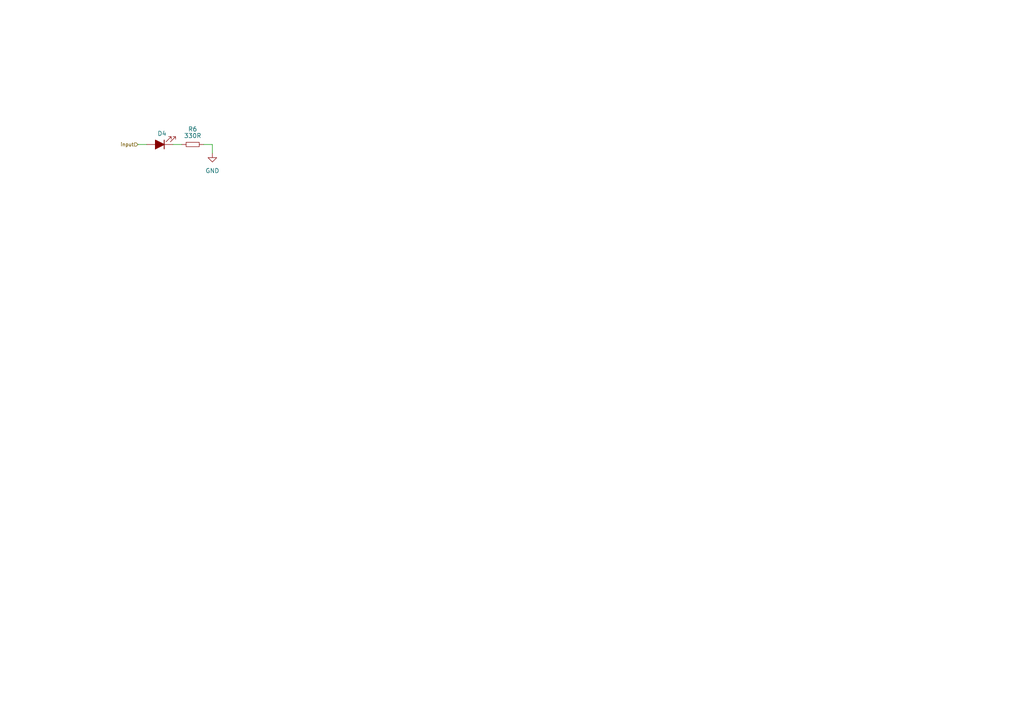
<source format=kicad_sch>
(kicad_sch (version 20211123) (generator eeschema)
  (paper "A4")
  (lib_symbols
    (symbol "New_Library:LED" (pin_numbers hide) (pin_names (offset 1.016) hide)
      (property "Reference" "D" (at -1.27 2.54 0))
      (symbol "LED_0_1"
        (polyline (pts (xy 0 -1.27) (xy 0 1.27)) (stroke (width 0.254)))
        (polyline (pts (xy 0 0) (xy -2.54 0)))
        (polyline (pts (xy -2.54 -1.27) (xy -2.54 1.27) (xy 0 0) (xy -2.54 -1.27)) (stroke (width 0.254)) (fill (type outline)))
        (polyline (pts (xy 0.508 0.762) (xy 2.032 2.286) (xy 1.27 2.286) (xy 2.032 2.286) (xy 2.032 1.524)))
        (polyline (pts (xy 1.778 0.762) (xy 3.302 2.286) (xy 2.54 2.286) (xy 3.302 2.286) (xy 3.302 1.524)))
      )
      (symbol "LED_1_1"
        (pin passive line (at 2.54 0 180) (length 2.54) (name "K") (number "1"))
        (pin passive line (at -5.08 0 0) (length 2.54) (name "A") (number "2"))
      )
    )
    (symbol "New_Library:R"
      (property "Reference" "R" (at 0 1.905 0))
      (property "Value" "330R" (at 0 0 0))
      (symbol "R_0_1"
        (rectangle (start -1.905 -1.27) (end 1.905 -2.54))
      )
      (symbol "R_1_1"
        (pin passive line (at -3.175 -1.905 0) (length 1.27) (name "") (number ""))
        (pin passive line (at 3.175 -1.905 180) (length 1.27) (name "") (number ""))
      )
    )
    (symbol "power:GND" (power) (pin_names (offset 0))
      (property "Value" "GND" (at 0 -3.81 0))
      (symbol "GND_0_1"
        (polyline (pts (xy 0 0) (xy 0 -1.27) (xy 1.27 -1.27) (xy 0 -2.54) (xy -1.27 -1.27) (xy 0 -1.27)))
      )
      (symbol "GND_1_1"
        (pin power_in line (at 0 0 270) (length 0) hide (name "GND") (number "1"))
      )
    )
  )
  (wire (pts (xy 50.165 41.91) (xy 52.705 41.91)))
  (wire (pts (xy 40.005 41.91) (xy 42.545 41.91)))
  (wire (pts (xy 61.595 41.91) (xy 61.595 44.45)))
  (wire (pts (xy 59.055 41.91) (xy 61.595 41.91)))
  (hierarchical_label "input" (shape input) (at 40.005 41.91 180) (effects (font (size 1 1))))
  (symbol (lib_id "New_Library:R") (at 55.88 40.005 0)
    (property "Reference" "R6" (at 55.88 37.465 0))
    (property "Value" "330R" (at 55.88 39.37 0))
    (property "Footprint" "footprint:R" (effects hide))
  )
  (symbol (lib_id "power:GND") (at 61.595 44.45 0)
    (property "Reference" "#PWR0116" (effects hide))
    (property "Value" "GND" (at 61.595 49.53 0))
  )
  (symbol (lib_id "New_Library:LED") (at 47.625 41.91 0)
    (property "Reference" "D4" (at 46.99 38.735 0))
    (property "Value" "LED" (effects hide))
    (property "Footprint" "footprint:LED_0603" (effects hide))
    (property "Datasheet" "https://datasheet.lcsc.com/lcsc/1810191106_TOGIALED-TJ-S1608SW6TGLC6B-A5_C192317.pdf" (effects hide))
  )
)
</source>
